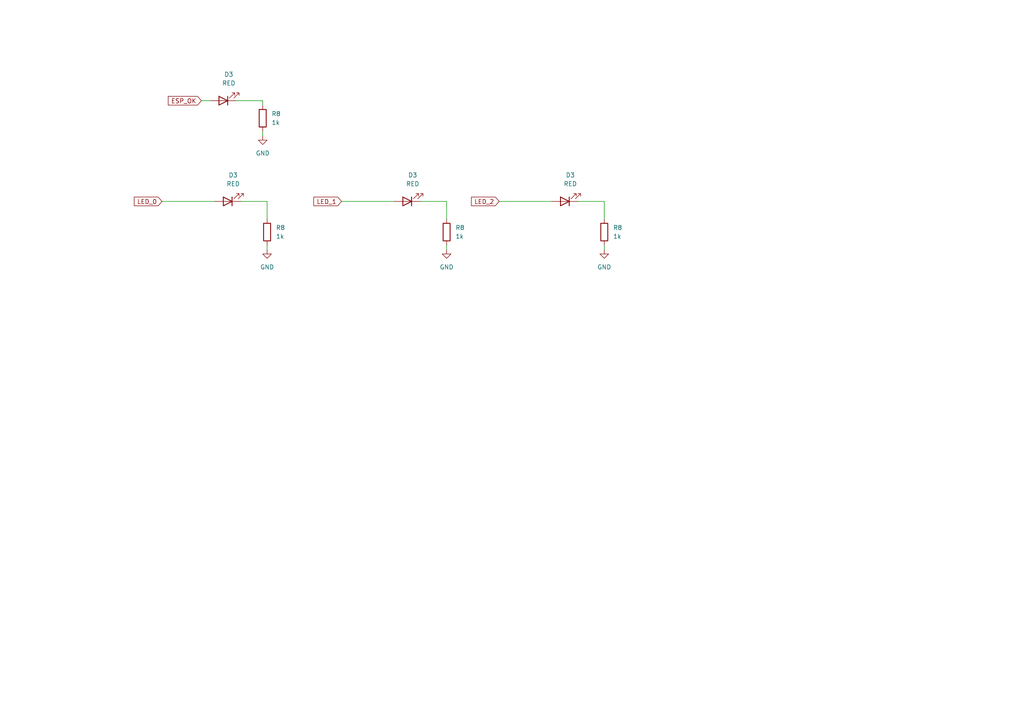
<source format=kicad_sch>
(kicad_sch (version 20230121) (generator eeschema)

  (uuid 9031abcf-1e42-4756-aa7e-46c59c57b598)

  (paper "A4")

  (lib_symbols
    (symbol "Device:LED" (pin_numbers hide) (pin_names (offset 1.016) hide) (in_bom yes) (on_board yes)
      (property "Reference" "D" (at 0 2.54 0)
        (effects (font (size 1.27 1.27)))
      )
      (property "Value" "LED" (at 0 -2.54 0)
        (effects (font (size 1.27 1.27)))
      )
      (property "Footprint" "" (at 0 0 0)
        (effects (font (size 1.27 1.27)) hide)
      )
      (property "Datasheet" "~" (at 0 0 0)
        (effects (font (size 1.27 1.27)) hide)
      )
      (property "ki_keywords" "LED diode" (at 0 0 0)
        (effects (font (size 1.27 1.27)) hide)
      )
      (property "ki_description" "Light emitting diode" (at 0 0 0)
        (effects (font (size 1.27 1.27)) hide)
      )
      (property "ki_fp_filters" "LED* LED_SMD:* LED_THT:*" (at 0 0 0)
        (effects (font (size 1.27 1.27)) hide)
      )
      (symbol "LED_0_1"
        (polyline
          (pts
            (xy -1.27 -1.27)
            (xy -1.27 1.27)
          )
          (stroke (width 0.254) (type default))
          (fill (type none))
        )
        (polyline
          (pts
            (xy -1.27 0)
            (xy 1.27 0)
          )
          (stroke (width 0) (type default))
          (fill (type none))
        )
        (polyline
          (pts
            (xy 1.27 -1.27)
            (xy 1.27 1.27)
            (xy -1.27 0)
            (xy 1.27 -1.27)
          )
          (stroke (width 0.254) (type default))
          (fill (type none))
        )
        (polyline
          (pts
            (xy -3.048 -0.762)
            (xy -4.572 -2.286)
            (xy -3.81 -2.286)
            (xy -4.572 -2.286)
            (xy -4.572 -1.524)
          )
          (stroke (width 0) (type default))
          (fill (type none))
        )
        (polyline
          (pts
            (xy -1.778 -0.762)
            (xy -3.302 -2.286)
            (xy -2.54 -2.286)
            (xy -3.302 -2.286)
            (xy -3.302 -1.524)
          )
          (stroke (width 0) (type default))
          (fill (type none))
        )
      )
      (symbol "LED_1_1"
        (pin passive line (at -3.81 0 0) (length 2.54)
          (name "K" (effects (font (size 1.27 1.27))))
          (number "1" (effects (font (size 1.27 1.27))))
        )
        (pin passive line (at 3.81 0 180) (length 2.54)
          (name "A" (effects (font (size 1.27 1.27))))
          (number "2" (effects (font (size 1.27 1.27))))
        )
      )
    )
    (symbol "Device:R" (pin_numbers hide) (pin_names (offset 0)) (in_bom yes) (on_board yes)
      (property "Reference" "R" (at 2.032 0 90)
        (effects (font (size 1.27 1.27)))
      )
      (property "Value" "R" (at 0 0 90)
        (effects (font (size 1.27 1.27)))
      )
      (property "Footprint" "" (at -1.778 0 90)
        (effects (font (size 1.27 1.27)) hide)
      )
      (property "Datasheet" "~" (at 0 0 0)
        (effects (font (size 1.27 1.27)) hide)
      )
      (property "ki_keywords" "R res resistor" (at 0 0 0)
        (effects (font (size 1.27 1.27)) hide)
      )
      (property "ki_description" "Resistor" (at 0 0 0)
        (effects (font (size 1.27 1.27)) hide)
      )
      (property "ki_fp_filters" "R_*" (at 0 0 0)
        (effects (font (size 1.27 1.27)) hide)
      )
      (symbol "R_0_1"
        (rectangle (start -1.016 -2.54) (end 1.016 2.54)
          (stroke (width 0.254) (type default))
          (fill (type none))
        )
      )
      (symbol "R_1_1"
        (pin passive line (at 0 3.81 270) (length 1.27)
          (name "~" (effects (font (size 1.27 1.27))))
          (number "1" (effects (font (size 1.27 1.27))))
        )
        (pin passive line (at 0 -3.81 90) (length 1.27)
          (name "~" (effects (font (size 1.27 1.27))))
          (number "2" (effects (font (size 1.27 1.27))))
        )
      )
    )
    (symbol "power:GND" (power) (pin_names (offset 0)) (in_bom yes) (on_board yes)
      (property "Reference" "#PWR" (at 0 -6.35 0)
        (effects (font (size 1.27 1.27)) hide)
      )
      (property "Value" "GND" (at 0 -3.81 0)
        (effects (font (size 1.27 1.27)))
      )
      (property "Footprint" "" (at 0 0 0)
        (effects (font (size 1.27 1.27)) hide)
      )
      (property "Datasheet" "" (at 0 0 0)
        (effects (font (size 1.27 1.27)) hide)
      )
      (property "ki_keywords" "global power" (at 0 0 0)
        (effects (font (size 1.27 1.27)) hide)
      )
      (property "ki_description" "Power symbol creates a global label with name \"GND\" , ground" (at 0 0 0)
        (effects (font (size 1.27 1.27)) hide)
      )
      (symbol "GND_0_1"
        (polyline
          (pts
            (xy 0 0)
            (xy 0 -1.27)
            (xy 1.27 -1.27)
            (xy 0 -2.54)
            (xy -1.27 -1.27)
            (xy 0 -1.27)
          )
          (stroke (width 0) (type default))
          (fill (type none))
        )
      )
      (symbol "GND_1_1"
        (pin power_in line (at 0 0 270) (length 0) hide
          (name "GND" (effects (font (size 1.27 1.27))))
          (number "1" (effects (font (size 1.27 1.27))))
        )
      )
    )
  )


  (wire (pts (xy 99.06 58.42) (xy 114.3 58.42))
    (stroke (width 0) (type default))
    (uuid 37d24303-753b-47af-904c-65c87dd1c9a8)
  )
  (wire (pts (xy 77.47 71.12) (xy 77.47 72.39))
    (stroke (width 0) (type default))
    (uuid 39ec6e61-dbc3-492c-ad7d-f47f43dd0489)
  )
  (wire (pts (xy 175.26 58.42) (xy 175.26 63.5))
    (stroke (width 0) (type default))
    (uuid 4680ffaa-e4fd-4849-a096-fd3a78aa1310)
  )
  (wire (pts (xy 144.78 58.42) (xy 160.02 58.42))
    (stroke (width 0) (type default))
    (uuid 5bf690c9-2447-4647-a818-f54bda646ab1)
  )
  (wire (pts (xy 68.58 29.21) (xy 76.2 29.21))
    (stroke (width 0) (type default))
    (uuid 6b211467-97ef-4dac-9b9d-88fd8bb0fd91)
  )
  (wire (pts (xy 58.42 29.21) (xy 60.96 29.21))
    (stroke (width 0) (type default))
    (uuid 76aa097c-18b8-463c-af9b-95550bec1866)
  )
  (wire (pts (xy 76.2 38.1) (xy 76.2 39.37))
    (stroke (width 0) (type default))
    (uuid 796e0c73-2a37-4259-9051-4e0f4f8953a3)
  )
  (wire (pts (xy 69.85 58.42) (xy 77.47 58.42))
    (stroke (width 0) (type default))
    (uuid 89849bf1-c3f0-4ddc-aaae-28a684a677be)
  )
  (wire (pts (xy 46.99 58.42) (xy 62.23 58.42))
    (stroke (width 0) (type default))
    (uuid a67e38a4-65d4-42dc-9891-cc8783f2ec7d)
  )
  (wire (pts (xy 77.47 58.42) (xy 77.47 63.5))
    (stroke (width 0) (type default))
    (uuid b3af0e65-3c59-4f0f-a94a-669d20313d50)
  )
  (wire (pts (xy 121.92 58.42) (xy 129.54 58.42))
    (stroke (width 0) (type default))
    (uuid b7b8ce5a-a9e5-405a-9870-74a63fe53907)
  )
  (wire (pts (xy 129.54 58.42) (xy 129.54 63.5))
    (stroke (width 0) (type default))
    (uuid b898e5a5-4fee-459a-8bdb-213cb59382a5)
  )
  (wire (pts (xy 129.54 71.12) (xy 129.54 72.39))
    (stroke (width 0) (type default))
    (uuid c826e127-e6da-4508-8cf7-09ec5f5871bb)
  )
  (wire (pts (xy 76.2 29.21) (xy 76.2 30.48))
    (stroke (width 0) (type default))
    (uuid cb529475-30f0-4dfe-a1ba-c7a53b115524)
  )
  (wire (pts (xy 167.64 58.42) (xy 175.26 58.42))
    (stroke (width 0) (type default))
    (uuid e20e6728-f4ce-45fb-bb53-be65e9ac6fae)
  )
  (wire (pts (xy 175.26 71.12) (xy 175.26 72.39))
    (stroke (width 0) (type default))
    (uuid ed4a50fb-d3a9-4758-8f75-f225d08a2c7e)
  )

  (global_label "LED_2" (shape input) (at 144.78 58.42 180) (fields_autoplaced)
    (effects (font (size 1.27 1.27)) (justify right))
    (uuid 1a2461e1-f38c-4908-9ab7-4cc72e41e4ff)
    (property "Intersheetrefs" "${INTERSHEET_REFS}" (at 136.1706 58.42 0)
      (effects (font (size 1.27 1.27)) (justify right) hide)
    )
  )
  (global_label "ESP_OK" (shape input) (at 58.42 29.21 180) (fields_autoplaced)
    (effects (font (size 1.27 1.27)) (justify right))
    (uuid 646a001a-ceba-43b2-8008-5f6f0048efaf)
    (property "Intersheetrefs" "${INTERSHEET_REFS}" (at 48.2382 29.21 0)
      (effects (font (size 1.27 1.27)) (justify right) hide)
    )
  )
  (global_label "LED_0" (shape input) (at 46.99 58.42 180) (fields_autoplaced)
    (effects (font (size 1.27 1.27)) (justify right))
    (uuid 689d9796-f94e-4bdb-a9e8-1e999b85a105)
    (property "Intersheetrefs" "${INTERSHEET_REFS}" (at 38.3806 58.42 0)
      (effects (font (size 1.27 1.27)) (justify right) hide)
    )
  )
  (global_label "LED_1" (shape input) (at 99.06 58.42 180) (fields_autoplaced)
    (effects (font (size 1.27 1.27)) (justify right))
    (uuid 8f01d3d6-4f91-4b45-97b3-eafa7d7d0af4)
    (property "Intersheetrefs" "${INTERSHEET_REFS}" (at 90.4506 58.42 0)
      (effects (font (size 1.27 1.27)) (justify right) hide)
    )
  )

  (symbol (lib_id "power:GND") (at 77.47 72.39 0) (unit 1)
    (in_bom yes) (on_board yes) (dnp no) (fields_autoplaced)
    (uuid 11238838-6a52-47b8-b809-04a70c44c83b)
    (property "Reference" "#PWR052" (at 77.47 78.74 0)
      (effects (font (size 1.27 1.27)) hide)
    )
    (property "Value" "GND" (at 77.47 77.47 0)
      (effects (font (size 1.27 1.27)))
    )
    (property "Footprint" "" (at 77.47 72.39 0)
      (effects (font (size 1.27 1.27)) hide)
    )
    (property "Datasheet" "" (at 77.47 72.39 0)
      (effects (font (size 1.27 1.27)) hide)
    )
    (pin "1" (uuid 92d36e7b-a38f-41ea-b579-8109d5825f30))
    (instances
      (project "esp32_dashboard"
        (path "/5a934fa7-5ed0-48b1-aac4-bf959fa55ea5"
          (reference "#PWR052") (unit 1)
        )
        (path "/5a934fa7-5ed0-48b1-aac4-bf959fa55ea5/e5436f65-c62e-417e-be16-68ba595b3e42"
          (reference "#PWR058") (unit 1)
        )
      )
    )
  )

  (symbol (lib_id "power:GND") (at 129.54 72.39 0) (unit 1)
    (in_bom yes) (on_board yes) (dnp no) (fields_autoplaced)
    (uuid 1b50a32b-be91-41e5-a99b-8dcdf6f549dc)
    (property "Reference" "#PWR052" (at 129.54 78.74 0)
      (effects (font (size 1.27 1.27)) hide)
    )
    (property "Value" "GND" (at 129.54 77.47 0)
      (effects (font (size 1.27 1.27)))
    )
    (property "Footprint" "" (at 129.54 72.39 0)
      (effects (font (size 1.27 1.27)) hide)
    )
    (property "Datasheet" "" (at 129.54 72.39 0)
      (effects (font (size 1.27 1.27)) hide)
    )
    (pin "1" (uuid 81dbfc6d-fcc2-4a39-aca4-f14d773f5096))
    (instances
      (project "esp32_dashboard"
        (path "/5a934fa7-5ed0-48b1-aac4-bf959fa55ea5"
          (reference "#PWR052") (unit 1)
        )
        (path "/5a934fa7-5ed0-48b1-aac4-bf959fa55ea5/e5436f65-c62e-417e-be16-68ba595b3e42"
          (reference "#PWR059") (unit 1)
        )
      )
    )
  )

  (symbol (lib_id "Device:R") (at 129.54 67.31 0) (unit 1)
    (in_bom yes) (on_board yes) (dnp no) (fields_autoplaced)
    (uuid 3e6c0721-9b9d-46e0-a053-49a7083d79d2)
    (property "Reference" "R8" (at 132.08 66.04 0)
      (effects (font (size 1.27 1.27)) (justify left))
    )
    (property "Value" "1k" (at 132.08 68.58 0)
      (effects (font (size 1.27 1.27)) (justify left))
    )
    (property "Footprint" "Resistor_SMD:R_0402_1005Metric" (at 127.762 67.31 90)
      (effects (font (size 1.27 1.27)) hide)
    )
    (property "Datasheet" "~" (at 129.54 67.31 0)
      (effects (font (size 1.27 1.27)) hide)
    )
    (pin "1" (uuid 71f5894c-79ac-4a20-91a2-0554d38f8104))
    (pin "2" (uuid 5320f178-a6d1-4144-aaf9-c0582124554e))
    (instances
      (project "esp32_dashboard"
        (path "/5a934fa7-5ed0-48b1-aac4-bf959fa55ea5"
          (reference "R8") (unit 1)
        )
        (path "/5a934fa7-5ed0-48b1-aac4-bf959fa55ea5/e5436f65-c62e-417e-be16-68ba595b3e42"
          (reference "R13") (unit 1)
        )
      )
    )
  )

  (symbol (lib_id "power:GND") (at 76.2 39.37 0) (unit 1)
    (in_bom yes) (on_board yes) (dnp no) (fields_autoplaced)
    (uuid 400983cc-432d-4e8d-9c49-e0c72db40e2a)
    (property "Reference" "#PWR052" (at 76.2 45.72 0)
      (effects (font (size 1.27 1.27)) hide)
    )
    (property "Value" "GND" (at 76.2 44.45 0)
      (effects (font (size 1.27 1.27)))
    )
    (property "Footprint" "" (at 76.2 39.37 0)
      (effects (font (size 1.27 1.27)) hide)
    )
    (property "Datasheet" "" (at 76.2 39.37 0)
      (effects (font (size 1.27 1.27)) hide)
    )
    (pin "1" (uuid 8f00cd77-7ec2-48cb-99ef-9e830d69b88a))
    (instances
      (project "esp32_dashboard"
        (path "/5a934fa7-5ed0-48b1-aac4-bf959fa55ea5"
          (reference "#PWR052") (unit 1)
        )
        (path "/5a934fa7-5ed0-48b1-aac4-bf959fa55ea5/e5436f65-c62e-417e-be16-68ba595b3e42"
          (reference "#PWR052") (unit 1)
        )
      )
    )
  )

  (symbol (lib_id "Device:LED") (at 66.04 58.42 180) (unit 1)
    (in_bom yes) (on_board yes) (dnp no) (fields_autoplaced)
    (uuid 44ab93e6-3068-4b0e-8c19-3e9511a3c079)
    (property "Reference" "D3" (at 67.6275 50.8 0)
      (effects (font (size 1.27 1.27)))
    )
    (property "Value" "RED" (at 67.6275 53.34 0)
      (effects (font (size 1.27 1.27)))
    )
    (property "Footprint" "LED_SMD:LED_0603_1608Metric" (at 66.04 58.42 0)
      (effects (font (size 1.27 1.27)) hide)
    )
    (property "Datasheet" "~" (at 66.04 58.42 0)
      (effects (font (size 1.27 1.27)) hide)
    )
    (pin "1" (uuid 6da9c94f-324b-4ba5-a671-0e9b4820cbb3))
    (pin "2" (uuid 770081bc-0b81-4a9e-a193-07a4f4b2d4d6))
    (instances
      (project "esp32_dashboard"
        (path "/5a934fa7-5ed0-48b1-aac4-bf959fa55ea5"
          (reference "D3") (unit 1)
        )
        (path "/5a934fa7-5ed0-48b1-aac4-bf959fa55ea5/e5436f65-c62e-417e-be16-68ba595b3e42"
          (reference "D4") (unit 1)
        )
      )
    )
  )

  (symbol (lib_id "Device:LED") (at 163.83 58.42 180) (unit 1)
    (in_bom yes) (on_board yes) (dnp no) (fields_autoplaced)
    (uuid 63b206e9-2687-4d6c-8c6b-866803bcb60b)
    (property "Reference" "D3" (at 165.4175 50.8 0)
      (effects (font (size 1.27 1.27)))
    )
    (property "Value" "RED" (at 165.4175 53.34 0)
      (effects (font (size 1.27 1.27)))
    )
    (property "Footprint" "LED_SMD:LED_0603_1608Metric" (at 163.83 58.42 0)
      (effects (font (size 1.27 1.27)) hide)
    )
    (property "Datasheet" "~" (at 163.83 58.42 0)
      (effects (font (size 1.27 1.27)) hide)
    )
    (pin "1" (uuid 8c66b406-3d76-4e3c-8779-8e2788256ac1))
    (pin "2" (uuid a8098183-cd2d-4bf8-829c-f0047afe4ec8))
    (instances
      (project "esp32_dashboard"
        (path "/5a934fa7-5ed0-48b1-aac4-bf959fa55ea5"
          (reference "D3") (unit 1)
        )
        (path "/5a934fa7-5ed0-48b1-aac4-bf959fa55ea5/e5436f65-c62e-417e-be16-68ba595b3e42"
          (reference "D6") (unit 1)
        )
      )
    )
  )

  (symbol (lib_id "Device:R") (at 77.47 67.31 0) (unit 1)
    (in_bom yes) (on_board yes) (dnp no) (fields_autoplaced)
    (uuid 6ddb5360-8367-43cd-a768-0e5a6d901dd8)
    (property "Reference" "R8" (at 80.01 66.04 0)
      (effects (font (size 1.27 1.27)) (justify left))
    )
    (property "Value" "1k" (at 80.01 68.58 0)
      (effects (font (size 1.27 1.27)) (justify left))
    )
    (property "Footprint" "Resistor_SMD:R_0402_1005Metric" (at 75.692 67.31 90)
      (effects (font (size 1.27 1.27)) hide)
    )
    (property "Datasheet" "~" (at 77.47 67.31 0)
      (effects (font (size 1.27 1.27)) hide)
    )
    (pin "1" (uuid 92070143-bec8-4745-a95b-7be3fa29b02b))
    (pin "2" (uuid f30bf7aa-20bc-40d1-b857-369caad7a1ca))
    (instances
      (project "esp32_dashboard"
        (path "/5a934fa7-5ed0-48b1-aac4-bf959fa55ea5"
          (reference "R8") (unit 1)
        )
        (path "/5a934fa7-5ed0-48b1-aac4-bf959fa55ea5/e5436f65-c62e-417e-be16-68ba595b3e42"
          (reference "R12") (unit 1)
        )
      )
    )
  )

  (symbol (lib_id "Device:LED") (at 118.11 58.42 180) (unit 1)
    (in_bom yes) (on_board yes) (dnp no) (fields_autoplaced)
    (uuid 6ecb9b5d-f6ba-47bb-8b0d-8a25bd47c847)
    (property "Reference" "D3" (at 119.6975 50.8 0)
      (effects (font (size 1.27 1.27)))
    )
    (property "Value" "RED" (at 119.6975 53.34 0)
      (effects (font (size 1.27 1.27)))
    )
    (property "Footprint" "LED_SMD:LED_0603_1608Metric" (at 118.11 58.42 0)
      (effects (font (size 1.27 1.27)) hide)
    )
    (property "Datasheet" "~" (at 118.11 58.42 0)
      (effects (font (size 1.27 1.27)) hide)
    )
    (pin "1" (uuid a66da6c1-bb53-409a-8d94-1388ab9ef115))
    (pin "2" (uuid b4e561c5-a67f-4340-b6ae-be2fe63c906d))
    (instances
      (project "esp32_dashboard"
        (path "/5a934fa7-5ed0-48b1-aac4-bf959fa55ea5"
          (reference "D3") (unit 1)
        )
        (path "/5a934fa7-5ed0-48b1-aac4-bf959fa55ea5/e5436f65-c62e-417e-be16-68ba595b3e42"
          (reference "D5") (unit 1)
        )
      )
    )
  )

  (symbol (lib_id "Device:R") (at 76.2 34.29 0) (unit 1)
    (in_bom yes) (on_board yes) (dnp no) (fields_autoplaced)
    (uuid 8bb7be48-58c2-4f63-b150-b692ee90e461)
    (property "Reference" "R8" (at 78.74 33.02 0)
      (effects (font (size 1.27 1.27)) (justify left))
    )
    (property "Value" "1k" (at 78.74 35.56 0)
      (effects (font (size 1.27 1.27)) (justify left))
    )
    (property "Footprint" "Resistor_SMD:R_0402_1005Metric" (at 74.422 34.29 90)
      (effects (font (size 1.27 1.27)) hide)
    )
    (property "Datasheet" "~" (at 76.2 34.29 0)
      (effects (font (size 1.27 1.27)) hide)
    )
    (pin "1" (uuid 62ebaada-c700-4f34-af9b-0555ae63e79a))
    (pin "2" (uuid 3e0ecd2b-71dc-4585-9f57-6e0d6fe6a1d7))
    (instances
      (project "esp32_dashboard"
        (path "/5a934fa7-5ed0-48b1-aac4-bf959fa55ea5"
          (reference "R8") (unit 1)
        )
        (path "/5a934fa7-5ed0-48b1-aac4-bf959fa55ea5/e5436f65-c62e-417e-be16-68ba595b3e42"
          (reference "R8") (unit 1)
        )
      )
    )
  )

  (symbol (lib_id "Device:LED") (at 64.77 29.21 180) (unit 1)
    (in_bom yes) (on_board yes) (dnp no) (fields_autoplaced)
    (uuid 9458895d-aea4-4bc7-835e-b63c0f7b107e)
    (property "Reference" "D3" (at 66.3575 21.59 0)
      (effects (font (size 1.27 1.27)))
    )
    (property "Value" "RED" (at 66.3575 24.13 0)
      (effects (font (size 1.27 1.27)))
    )
    (property "Footprint" "LED_SMD:LED_0603_1608Metric" (at 64.77 29.21 0)
      (effects (font (size 1.27 1.27)) hide)
    )
    (property "Datasheet" "~" (at 64.77 29.21 0)
      (effects (font (size 1.27 1.27)) hide)
    )
    (pin "1" (uuid 705811ee-f181-42f4-af2e-76631f1f4b4e))
    (pin "2" (uuid ed643fb8-040c-4e09-ac69-9af95e1941ff))
    (instances
      (project "esp32_dashboard"
        (path "/5a934fa7-5ed0-48b1-aac4-bf959fa55ea5"
          (reference "D3") (unit 1)
        )
        (path "/5a934fa7-5ed0-48b1-aac4-bf959fa55ea5/e5436f65-c62e-417e-be16-68ba595b3e42"
          (reference "D3") (unit 1)
        )
      )
    )
  )

  (symbol (lib_id "power:GND") (at 175.26 72.39 0) (unit 1)
    (in_bom yes) (on_board yes) (dnp no) (fields_autoplaced)
    (uuid af385b24-fc7b-49af-a8d5-cacc2335da82)
    (property "Reference" "#PWR052" (at 175.26 78.74 0)
      (effects (font (size 1.27 1.27)) hide)
    )
    (property "Value" "GND" (at 175.26 77.47 0)
      (effects (font (size 1.27 1.27)))
    )
    (property "Footprint" "" (at 175.26 72.39 0)
      (effects (font (size 1.27 1.27)) hide)
    )
    (property "Datasheet" "" (at 175.26 72.39 0)
      (effects (font (size 1.27 1.27)) hide)
    )
    (pin "1" (uuid 75b369fb-ea20-4f25-a9ec-92885321c2fb))
    (instances
      (project "esp32_dashboard"
        (path "/5a934fa7-5ed0-48b1-aac4-bf959fa55ea5"
          (reference "#PWR052") (unit 1)
        )
        (path "/5a934fa7-5ed0-48b1-aac4-bf959fa55ea5/e5436f65-c62e-417e-be16-68ba595b3e42"
          (reference "#PWR060") (unit 1)
        )
      )
    )
  )

  (symbol (lib_id "Device:R") (at 175.26 67.31 0) (unit 1)
    (in_bom yes) (on_board yes) (dnp no) (fields_autoplaced)
    (uuid fbe4abcd-1acd-441f-b4b1-2ad5923929b9)
    (property "Reference" "R8" (at 177.8 66.04 0)
      (effects (font (size 1.27 1.27)) (justify left))
    )
    (property "Value" "1k" (at 177.8 68.58 0)
      (effects (font (size 1.27 1.27)) (justify left))
    )
    (property "Footprint" "Resistor_SMD:R_0402_1005Metric" (at 173.482 67.31 90)
      (effects (font (size 1.27 1.27)) hide)
    )
    (property "Datasheet" "~" (at 175.26 67.31 0)
      (effects (font (size 1.27 1.27)) hide)
    )
    (pin "1" (uuid 18f659c5-7cc6-4d93-9e81-84ea3b59d076))
    (pin "2" (uuid f6e3f264-da5c-4418-a593-61489b1e5458))
    (instances
      (project "esp32_dashboard"
        (path "/5a934fa7-5ed0-48b1-aac4-bf959fa55ea5"
          (reference "R8") (unit 1)
        )
        (path "/5a934fa7-5ed0-48b1-aac4-bf959fa55ea5/e5436f65-c62e-417e-be16-68ba595b3e42"
          (reference "R19") (unit 1)
        )
      )
    )
  )
)

</source>
